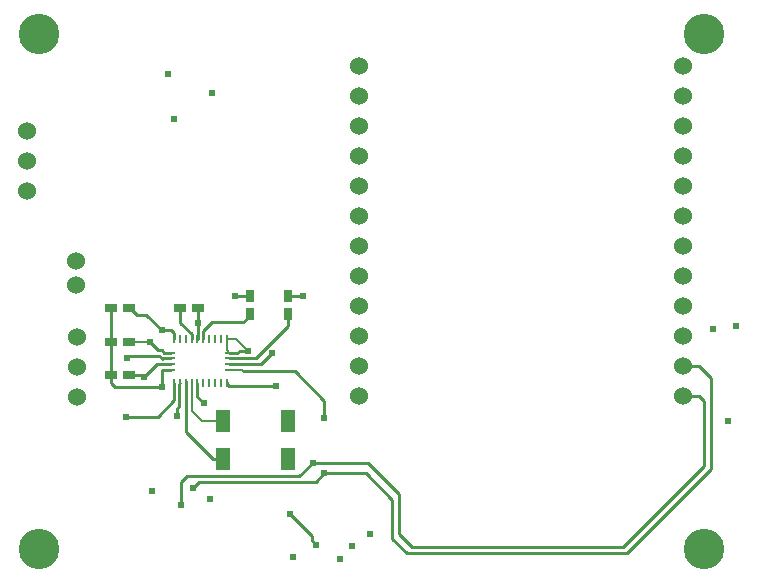
<source format=gbl>
G04 ================== begin FILE IDENTIFICATION RECORD ==================*
G04 Layout Name:  SLEEPTRACK2_PHASE3_v2.brd*
G04 Film Name:    Sleeptrack2_Phase_3_BOTTOM_V2*
G04 File Format:  Gerber RS274X*
G04 File Origin:  Cadence Allegro 17.0-P009*
G04 Origin Date:  Sat Oct 29 00:03:52 2016*
G04 *
G04 Layer:  ETCH/BOTTOM*
G04 Layer:  PIN/BOTTOM*
G04 Layer:  VIA CLASS/BOTTOM*
G04 *
G04 Offset:    (0.00 0.00)*
G04 Mirror:    No*
G04 Mode:      Positive*
G04 Rotation:  0*
G04 FullContactRelief:  No*
G04 UndefLineWidth:     10.00*
G04 ================== end FILE IDENTIFICATION RECORD ====================*
%FSLAX25Y25*MOIN*%
%IR0*IPPOS*OFA0.00000B0.00000*MIA0B0*SFA1.00000B1.00000*%
%ADD13C,.024*%
%ADD11C,.06*%
%ADD14R,.03X.00984*%
%ADD15R,.00984X.03*%
%ADD17R,.03X.04*%
%ADD12R,.04X.03*%
%ADD10C,.135*%
%ADD16R,.05118X.0748*%
%ADD18C,.01*%
%ADD19C,.006*%
%ADD20C,.008*%
G75*
%LPD*%
G75*
G54D10*
X-110840Y-60840D03*
Y110840D03*
X110840Y-60840D03*
Y110840D03*
G54D20*
G01X-60053Y-5701D02*
Y-14807D01*
X-60033Y-14827D01*
G01X-80910Y8080D02*
X-73960D01*
G54D11*
X-114890Y58600D03*
Y68600D03*
Y78600D03*
X-98250Y-10150D03*
Y9850D03*
Y-150D03*
X-98560Y35070D03*
Y27270D03*
X-4160Y-9970D03*
Y30D03*
Y10030D03*
Y20030D03*
Y30030D03*
Y40030D03*
Y50030D03*
Y60030D03*
Y70030D03*
Y80030D03*
Y90030D03*
Y100030D03*
X103660Y-9970D03*
Y30D03*
Y10030D03*
Y20030D03*
Y30030D03*
Y40030D03*
Y50030D03*
Y60030D03*
Y70030D03*
Y80030D03*
Y90030D03*
Y100030D03*
G54D12*
X-86910Y8080D03*
Y-2970D03*
X-86980Y19450D03*
X-80910Y8080D03*
Y-2970D03*
X-80980Y19450D03*
X-63910Y19390D03*
X-57910D03*
G54D13*
X-73337Y-41570D03*
X-63519Y-46111D03*
X-59581Y-40541D03*
X-81790Y-16750D03*
X-64980Y-16410D03*
X-69970Y-6800D03*
X-75960Y-3620D03*
X-81590Y2670D03*
X-58064Y14350D03*
X-73960Y8080D03*
X-70000Y11960D03*
X-65890Y82420D03*
X-67988Y97562D03*
X-54010Y-44340D03*
X-56010Y-12130D03*
X-41340Y5140D03*
X-45430Y23390D03*
X-53120Y91140D03*
X-10610Y-64130D03*
X-18480Y-59530D03*
X-26200Y-63710D03*
X-27280Y-49350D03*
X-19670Y-32130D03*
X-15790Y-35660D03*
Y-17350D03*
X-31960Y-6500D03*
X-33180Y4420D03*
X-22990Y23570D03*
X-560Y-56040D03*
X-6725Y-59905D03*
X118700Y-18090D03*
X113800Y12450D03*
X121500Y13310D03*
G54D14*
X-66746Y4583D03*
Y2614D03*
Y646D03*
Y-1323D03*
X-47454Y4583D03*
Y2614D03*
Y646D03*
Y-1323D03*
G54D15*
X-60053Y8961D03*
X-62021D03*
X-63990D03*
X-65958D03*
X-60053Y-5701D03*
X-62021D03*
X-63990D03*
X-65958D03*
X-48340Y8961D03*
X-50210D03*
X-52179D03*
X-54147D03*
X-56116D03*
X-58084D03*
X-48242Y-5701D03*
X-50210D03*
X-52179D03*
X-54147D03*
X-56116D03*
X-58084D03*
G54D16*
X-49447Y-30869D03*
Y-18271D03*
X-27793Y-30869D03*
Y-18271D03*
G54D17*
X-40570Y17390D03*
Y23390D03*
X-27940Y17390D03*
Y23390D03*
G54D18*
G01X-86910Y-2970D02*
Y-5470D01*
X-85580Y-6800D01*
X-69970D01*
G01X-86980Y19450D02*
Y16950D01*
X-86910Y16880D01*
Y8080D01*
G01D02*
Y-2970D01*
G01X-63519Y-46111D02*
Y-38649D01*
X-61450Y-36580D01*
X-24120D01*
X-19670Y-32130D01*
G01X-59581Y-40541D02*
X-57621Y-38581D01*
X-18711D01*
X-15790Y-35660D01*
G01X-65958Y-5701D02*
Y-11308D01*
X-71400Y-16750D01*
X-81790D01*
G01X-63990Y-5701D02*
X-64150Y-5861D01*
Y-13380D01*
X-64980Y-14210D01*
Y-16410D01*
G01X-62021Y-5701D02*
Y-21854D01*
X-53006Y-30869D01*
X-49447D01*
G01X-62001Y-4800D02*
Y-6380D01*
G01X-75960Y-3620D02*
X-76610Y-2970D01*
X-80910D01*
G01X-66746Y646D02*
X-71694D01*
X-75960Y-3620D01*
G01X-69730Y2610D02*
X-70000D01*
X-70004Y2614D01*
G01D02*
X-70750Y3360D01*
X-80900D01*
X-81590Y2670D01*
G01X-66746Y2614D02*
X-70004D01*
G01X-66746Y-1323D02*
X-69893D01*
X-69970Y-1400D01*
Y-6800D01*
G01X-60053Y8961D02*
Y10703D01*
X-63910Y14560D01*
Y19390D01*
G01X-66746Y4583D02*
X-69144D01*
X-69921Y5360D01*
X-71240D01*
X-73960Y8080D01*
G01X-65958Y8961D02*
Y10960D01*
X-66958Y11960D01*
X-70000D01*
G01D02*
X-75115Y17075D01*
X-78105D01*
X-80480Y19450D01*
X-80980D01*
G01X-58084Y-5701D02*
Y-10056D01*
X-56010Y-12130D01*
G01X-48242Y-5701D02*
X-47443Y-6500D01*
X-31960D01*
G01X-47454Y4583D02*
X-44737D01*
X-44180Y5140D01*
X-41340D01*
G01X-58064Y14350D02*
Y8981D01*
X-58084Y8961D01*
G01X-58064Y14350D02*
Y16736D01*
X-57910Y16890D01*
Y19390D01*
G01X-47454Y646D02*
X-36954D01*
X-33180Y4420D01*
G01X-42972Y-1603D02*
X-25707D01*
X-15790Y-11520D01*
Y-17350D01*
G01X-47454Y2614D02*
X-38696D01*
X-27940Y13370D01*
Y17390D01*
G01X-56116Y8961D02*
Y11874D01*
X-53308Y14682D01*
X-42778D01*
X-40570Y16890D01*
Y17390D01*
G01Y23390D02*
X-45430D01*
G01X-18480Y-59530D02*
X-20036Y-57974D01*
Y-56594D01*
X-27280Y-49350D01*
G01X-15790Y-35660D02*
X-15270D01*
X-15190Y-35580D01*
X-1990D01*
X6910Y-44480D01*
Y-57460D01*
X11780Y-62330D01*
X84930D01*
X113128Y-34132D01*
Y-4008D01*
X109090Y30D01*
X103660D01*
G01Y-9970D02*
X109190D01*
X110730Y-11510D01*
Y-33150D01*
X83720Y-60160D01*
X13260D01*
X8990Y-55890D01*
Y-42490D01*
X-1370Y-32130D01*
X-19670D01*
G01X-27940Y23390D02*
X-25370D01*
X-25190Y23570D01*
X-22990D01*
G54D19*
G01X-60033Y-14827D02*
X-56630Y-18230D01*
X-52847D01*
X-52806Y-18271D01*
X-49447D01*
G01X-48340Y8961D02*
Y5469D01*
X-47454Y4583D01*
G01X-48340Y8961D02*
X-45161D01*
X-41340Y5140D01*
G01X-47454Y-1323D02*
X-43252D01*
X-42972Y-1603D01*
M02*

</source>
